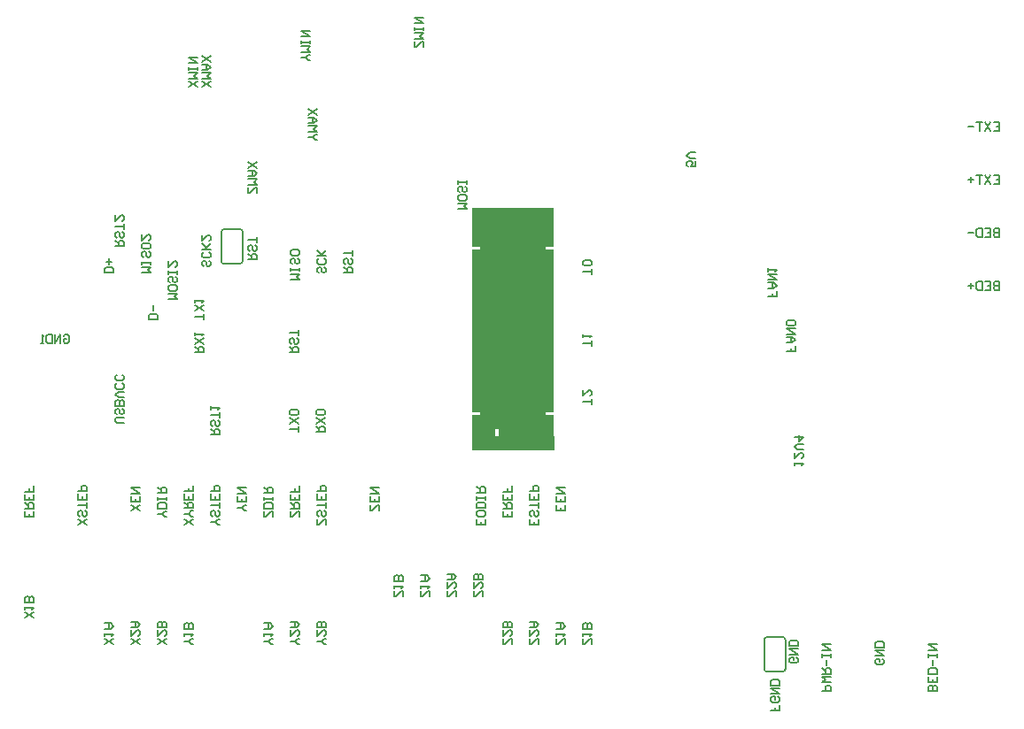
<source format=gbo>
%FSLAX24Y24*%
%MOIN*%
G70*
G01*
G75*
G04 Layer_Color=32896*
%ADD10C,0.0650*%
%ADD11R,0.0402X0.0118*%
G04:AMPARAMS|DCode=12|XSize=105mil|YSize=105mil|CornerRadius=26.3mil|HoleSize=0mil|Usage=FLASHONLY|Rotation=180.000|XOffset=0mil|YOffset=0mil|HoleType=Round|Shape=RoundedRectangle|*
%AMROUNDEDRECTD12*
21,1,0.1050,0.0525,0,0,180.0*
21,1,0.0525,0.1050,0,0,180.0*
1,1,0.0525,-0.0263,0.0263*
1,1,0.0525,0.0263,0.0263*
1,1,0.0525,0.0263,-0.0263*
1,1,0.0525,-0.0263,-0.0263*
%
%ADD12ROUNDEDRECTD12*%
%ADD13C,0.0600*%
G04:AMPARAMS|DCode=14|XSize=50mil|YSize=50mil|CornerRadius=25mil|HoleSize=0mil|Usage=FLASHONLY|Rotation=90.000|XOffset=0mil|YOffset=0mil|HoleType=Round|Shape=RoundedRectangle|*
%AMROUNDEDRECTD14*
21,1,0.0500,0.0000,0,0,90.0*
21,1,0.0000,0.0500,0,0,90.0*
1,1,0.0500,0.0000,0.0000*
1,1,0.0500,0.0000,0.0000*
1,1,0.0500,0.0000,0.0000*
1,1,0.0500,0.0000,0.0000*
%
%ADD14ROUNDEDRECTD14*%
G04:AMPARAMS|DCode=15|XSize=29.1mil|YSize=39.4mil|CornerRadius=5.8mil|HoleSize=0mil|Usage=FLASHONLY|Rotation=90.000|XOffset=0mil|YOffset=0mil|HoleType=Round|Shape=RoundedRectangle|*
%AMROUNDEDRECTD15*
21,1,0.0291,0.0277,0,0,90.0*
21,1,0.0175,0.0394,0,0,90.0*
1,1,0.0117,0.0139,0.0087*
1,1,0.0117,0.0139,-0.0087*
1,1,0.0117,-0.0139,-0.0087*
1,1,0.0117,-0.0139,0.0087*
%
%ADD15ROUNDEDRECTD15*%
G04:AMPARAMS|DCode=16|XSize=29.1mil|YSize=39.4mil|CornerRadius=5.8mil|HoleSize=0mil|Usage=FLASHONLY|Rotation=180.000|XOffset=0mil|YOffset=0mil|HoleType=Round|Shape=RoundedRectangle|*
%AMROUNDEDRECTD16*
21,1,0.0291,0.0277,0,0,180.0*
21,1,0.0175,0.0394,0,0,180.0*
1,1,0.0117,-0.0087,0.0139*
1,1,0.0117,0.0087,0.0139*
1,1,0.0117,0.0087,-0.0139*
1,1,0.0117,-0.0087,-0.0139*
%
%ADD16ROUNDEDRECTD16*%
%ADD17R,0.1673X0.0465*%
G04:AMPARAMS|DCode=18|XSize=22mil|YSize=24mil|CornerRadius=4.4mil|HoleSize=0mil|Usage=FLASHONLY|Rotation=180.000|XOffset=0mil|YOffset=0mil|HoleType=Round|Shape=RoundedRectangle|*
%AMROUNDEDRECTD18*
21,1,0.0220,0.0152,0,0,180.0*
21,1,0.0132,0.0240,0,0,180.0*
1,1,0.0088,-0.0066,0.0076*
1,1,0.0088,0.0066,0.0076*
1,1,0.0088,0.0066,-0.0076*
1,1,0.0088,-0.0066,-0.0076*
%
%ADD18ROUNDEDRECTD18*%
G04:AMPARAMS|DCode=19|XSize=22mil|YSize=24mil|CornerRadius=4.4mil|HoleSize=0mil|Usage=FLASHONLY|Rotation=90.000|XOffset=0mil|YOffset=0mil|HoleType=Round|Shape=RoundedRectangle|*
%AMROUNDEDRECTD19*
21,1,0.0220,0.0152,0,0,90.0*
21,1,0.0132,0.0240,0,0,90.0*
1,1,0.0088,0.0076,0.0066*
1,1,0.0088,0.0076,-0.0066*
1,1,0.0088,-0.0076,-0.0066*
1,1,0.0088,-0.0076,0.0066*
%
%ADD19ROUNDEDRECTD19*%
G04:AMPARAMS|DCode=20|XSize=52mil|YSize=60mil|CornerRadius=13mil|HoleSize=0mil|Usage=FLASHONLY|Rotation=0.000|XOffset=0mil|YOffset=0mil|HoleType=Round|Shape=RoundedRectangle|*
%AMROUNDEDRECTD20*
21,1,0.0520,0.0340,0,0,0.0*
21,1,0.0260,0.0600,0,0,0.0*
1,1,0.0260,0.0130,-0.0170*
1,1,0.0260,-0.0130,-0.0170*
1,1,0.0260,-0.0130,0.0170*
1,1,0.0260,0.0130,0.0170*
%
%ADD20ROUNDEDRECTD20*%
G04:AMPARAMS|DCode=21|XSize=52mil|YSize=60mil|CornerRadius=13mil|HoleSize=0mil|Usage=FLASHONLY|Rotation=270.000|XOffset=0mil|YOffset=0mil|HoleType=Round|Shape=RoundedRectangle|*
%AMROUNDEDRECTD21*
21,1,0.0520,0.0340,0,0,270.0*
21,1,0.0260,0.0600,0,0,270.0*
1,1,0.0260,-0.0170,-0.0130*
1,1,0.0260,-0.0170,0.0130*
1,1,0.0260,0.0170,0.0130*
1,1,0.0260,0.0170,-0.0130*
%
%ADD21ROUNDEDRECTD21*%
%ADD22R,0.0433X0.0669*%
%ADD23R,0.0200X0.0260*%
%ADD24R,0.0543X0.0709*%
G04:AMPARAMS|DCode=25|XSize=63mil|YSize=71mil|CornerRadius=15.8mil|HoleSize=0mil|Usage=FLASHONLY|Rotation=270.000|XOffset=0mil|YOffset=0mil|HoleType=Round|Shape=RoundedRectangle|*
%AMROUNDEDRECTD25*
21,1,0.0630,0.0395,0,0,270.0*
21,1,0.0315,0.0710,0,0,270.0*
1,1,0.0315,-0.0198,-0.0158*
1,1,0.0315,-0.0198,0.0158*
1,1,0.0315,0.0198,0.0158*
1,1,0.0315,0.0198,-0.0158*
%
%ADD25ROUNDEDRECTD25*%
%ADD26R,0.0500X0.0150*%
%ADD27R,0.0790X0.0790*%
%ADD28R,0.0790X0.0790*%
%ADD29R,0.0280X0.0200*%
%ADD30R,0.0200X0.0280*%
%ADD31R,0.0360X0.0320*%
%ADD32R,0.1260X0.0630*%
%ADD33R,0.0240X0.0240*%
%ADD34R,0.0354X0.1299*%
%ADD35R,0.0420X0.0520*%
%ADD36R,0.0480X0.0480*%
%ADD37R,0.0480X0.0480*%
G04:AMPARAMS|DCode=38|XSize=40mil|YSize=40mil|CornerRadius=20mil|HoleSize=0mil|Usage=FLASHONLY|Rotation=0.000|XOffset=0mil|YOffset=0mil|HoleType=Round|Shape=RoundedRectangle|*
%AMROUNDEDRECTD38*
21,1,0.0400,0.0000,0,0,0.0*
21,1,0.0000,0.0400,0,0,0.0*
1,1,0.0400,0.0000,0.0000*
1,1,0.0400,0.0000,0.0000*
1,1,0.0400,0.0000,0.0000*
1,1,0.0400,0.0000,0.0000*
%
%ADD38ROUNDEDRECTD38*%
%ADD39R,0.0236X0.1319*%
%ADD40R,0.1370X0.1370*%
G04:AMPARAMS|DCode=41|XSize=11mil|YSize=31.5mil|CornerRadius=4.4mil|HoleSize=0mil|Usage=FLASHONLY|Rotation=0.000|XOffset=0mil|YOffset=0mil|HoleType=Round|Shape=RoundedRectangle|*
%AMROUNDEDRECTD41*
21,1,0.0110,0.0227,0,0,0.0*
21,1,0.0022,0.0315,0,0,0.0*
1,1,0.0088,0.0011,-0.0113*
1,1,0.0088,-0.0011,-0.0113*
1,1,0.0088,-0.0011,0.0113*
1,1,0.0088,0.0011,0.0113*
%
%ADD41ROUNDEDRECTD41*%
G04:AMPARAMS|DCode=42|XSize=11mil|YSize=31.5mil|CornerRadius=4.4mil|HoleSize=0mil|Usage=FLASHONLY|Rotation=270.000|XOffset=0mil|YOffset=0mil|HoleType=Round|Shape=RoundedRectangle|*
%AMROUNDEDRECTD42*
21,1,0.0110,0.0227,0,0,270.0*
21,1,0.0022,0.0315,0,0,270.0*
1,1,0.0088,-0.0113,-0.0011*
1,1,0.0088,-0.0113,0.0011*
1,1,0.0088,0.0113,0.0011*
1,1,0.0088,0.0113,-0.0011*
%
%ADD42ROUNDEDRECTD42*%
%ADD43R,0.1370X0.1370*%
%ADD44R,0.0120X0.0600*%
%ADD45R,0.0600X0.0120*%
%ADD46R,0.1970X0.1700*%
%ADD47R,0.0280X0.0560*%
%ADD48C,0.0080*%
%ADD49C,0.0070*%
%ADD50C,0.0200*%
%ADD51C,0.0240*%
%ADD52C,0.0100*%
%ADD53C,0.0500*%
%ADD54C,0.0400*%
%ADD55C,0.0120*%
%ADD56C,0.0160*%
%ADD57C,0.0250*%
%ADD58C,0.0600*%
%ADD59C,0.0320*%
%ADD60R,0.0551X0.0472*%
%ADD61R,0.1929X0.1457*%
%ADD62R,0.1575X0.0984*%
%ADD63R,0.1299X0.1063*%
%ADD64C,0.0800*%
%ADD65P,0.0671X8X22.5*%
G04:AMPARAMS|DCode=66|XSize=140mil|YSize=200mil|CornerRadius=0mil|HoleSize=0mil|Usage=FLASHONLY|Rotation=90.000|XOffset=0mil|YOffset=0mil|HoleType=Round|Shape=Octagon|*
%AMOCTAGOND66*
4,1,8,-0.1000,-0.0350,-0.1000,0.0350,-0.0650,0.0700,0.0650,0.0700,0.1000,0.0350,0.1000,-0.0350,0.0650,-0.0700,-0.0650,-0.0700,-0.1000,-0.0350,0.0*
%
%ADD66OCTAGOND66*%

G04:AMPARAMS|DCode=67|XSize=133.9mil|YSize=200mil|CornerRadius=0mil|HoleSize=0mil|Usage=FLASHONLY|Rotation=90.000|XOffset=0mil|YOffset=0mil|HoleType=Round|Shape=Octagon|*
%AMOCTAGOND67*
4,1,8,-0.1000,-0.0335,-0.1000,0.0335,-0.0665,0.0669,0.0665,0.0669,0.1000,0.0335,0.1000,-0.0335,0.0665,-0.0669,-0.0665,-0.0669,-0.1000,-0.0335,0.0*
%
%ADD67OCTAGOND67*%

%ADD68C,0.0840*%
%ADD69P,0.0909X8X22.5*%
%ADD70P,0.0909X8X112.5*%
%ADD71O,0.0825X0.1650*%
%ADD72O,0.1650X0.0825*%
%ADD73O,0.0600X0.1200*%
%ADD74C,0.1000*%
%ADD75C,0.0540*%
%ADD76C,0.1305*%
%ADD77R,0.0591X0.0591*%
%ADD78O,0.1024X0.0591*%
%ADD79C,0.0591*%
%ADD80O,0.1200X0.0600*%
%ADD81P,0.0758X8X292.5*%
%ADD82R,0.0591X0.0591*%
%ADD83C,0.0300*%
%ADD84C,0.0500*%
%ADD85C,0.0320*%
%ADD86C,0.0400*%
%ADD87C,0.1421*%
%ADD88C,0.0390*%
%ADD89C,0.0640*%
G04:AMPARAMS|DCode=90|XSize=98mil|YSize=98mil|CornerRadius=0mil|HoleSize=0mil|Usage=FLASHONLY|Rotation=0.000|XOffset=0mil|YOffset=0mil|HoleType=Round|Shape=Relief|Width=10mil|Gap=10mil|Entries=4|*
%AMTHD90*
7,0,0,0.0980,0.0780,0.0100,45*
%
%ADD90THD90*%
%ADD91C,0.0620*%
%ADD92C,0.1240*%
G04:AMPARAMS|DCode=93|XSize=100mil|YSize=100mil|CornerRadius=0mil|HoleSize=0mil|Usage=FLASHONLY|Rotation=0.000|XOffset=0mil|YOffset=0mil|HoleType=Round|Shape=Relief|Width=10mil|Gap=10mil|Entries=4|*
%AMTHD93*
7,0,0,0.1000,0.0800,0.0100,45*
%
%ADD93THD93*%
G04:AMPARAMS|DCode=94|XSize=115mil|YSize=115mil|CornerRadius=0mil|HoleSize=0mil|Usage=FLASHONLY|Rotation=0.000|XOffset=0mil|YOffset=0mil|HoleType=Round|Shape=Relief|Width=10mil|Gap=10mil|Entries=4|*
%AMTHD94*
7,0,0,0.1150,0.0950,0.0100,45*
%
%ADD94THD94*%
%ADD95C,0.0790*%
%ADD96C,0.1110*%
%ADD97C,0.0594*%
G04:AMPARAMS|DCode=98|XSize=95.433mil|YSize=95.433mil|CornerRadius=0mil|HoleSize=0mil|Usage=FLASHONLY|Rotation=0.000|XOffset=0mil|YOffset=0mil|HoleType=Round|Shape=Relief|Width=10mil|Gap=10mil|Entries=4|*
%AMTHD98*
7,0,0,0.0954,0.0754,0.0100,45*
%
%ADD98THD98*%
%ADD99C,0.0830*%
%ADD100C,0.0520*%
%ADD101C,0.1400*%
%ADD102C,0.1300*%
%ADD103C,0.1040*%
%ADD104C,0.0800*%
%ADD105R,0.3622X0.4331*%
%ADD106R,0.3583X0.4284*%
%ADD107R,0.3425X0.4284*%
%ADD108R,0.4094X0.4331*%
G04:AMPARAMS|DCode=109|XSize=50mil|YSize=50mil|CornerRadius=25mil|HoleSize=0mil|Usage=FLASHONLY|Rotation=180.000|XOffset=0mil|YOffset=0mil|HoleType=Round|Shape=RoundedRectangle|*
%AMROUNDEDRECTD109*
21,1,0.0500,0.0000,0,0,180.0*
21,1,0.0000,0.0500,0,0,180.0*
1,1,0.0500,0.0000,0.0000*
1,1,0.0500,0.0000,0.0000*
1,1,0.0500,0.0000,0.0000*
1,1,0.0500,0.0000,0.0000*
%
%ADD109ROUNDEDRECTD109*%
G04:AMPARAMS|DCode=110|XSize=46mil|YSize=63mil|CornerRadius=11.5mil|HoleSize=0mil|Usage=FLASHONLY|Rotation=90.000|XOffset=0mil|YOffset=0mil|HoleType=Round|Shape=RoundedRectangle|*
%AMROUNDEDRECTD110*
21,1,0.0460,0.0400,0,0,90.0*
21,1,0.0230,0.0630,0,0,90.0*
1,1,0.0230,0.0200,0.0115*
1,1,0.0230,0.0200,-0.0115*
1,1,0.0230,-0.0200,-0.0115*
1,1,0.0230,-0.0200,0.0115*
%
%ADD110ROUNDEDRECTD110*%
%ADD111C,0.0098*%
%ADD112C,0.0050*%
%ADD113C,0.0060*%
%ADD114C,0.0000*%
%ADD115C,0.0079*%
%ADD116C,0.0040*%
%ADD117R,0.0295X0.0879*%
%ADD118R,0.0879X0.0295*%
%ADD119R,0.2450X0.0492*%
%ADD120R,0.0119X0.0120*%
%ADD121R,0.0060X0.0120*%
%ADD122R,0.0059X0.0120*%
%ADD123R,0.0120X0.0119*%
%ADD124R,0.0120X0.0060*%
%ADD125R,0.0120X0.0059*%
%ADD126R,0.0382X0.0098*%
G04:AMPARAMS|DCode=127|XSize=103mil|YSize=103mil|CornerRadius=25.3mil|HoleSize=0mil|Usage=FLASHONLY|Rotation=180.000|XOffset=0mil|YOffset=0mil|HoleType=Round|Shape=RoundedRectangle|*
%AMROUNDEDRECTD127*
21,1,0.1030,0.0525,0,0,180.0*
21,1,0.0525,0.1030,0,0,180.0*
1,1,0.0505,-0.0263,0.0263*
1,1,0.0505,0.0263,0.0263*
1,1,0.0505,0.0263,-0.0263*
1,1,0.0505,-0.0263,-0.0263*
%
%ADD127ROUNDEDRECTD127*%
G04:AMPARAMS|DCode=128|XSize=48mil|YSize=48mil|CornerRadius=24mil|HoleSize=0mil|Usage=FLASHONLY|Rotation=90.000|XOffset=0mil|YOffset=0mil|HoleType=Round|Shape=RoundedRectangle|*
%AMROUNDEDRECTD128*
21,1,0.0480,0.0000,0,0,90.0*
21,1,0.0000,0.0480,0,0,90.0*
1,1,0.0480,0.0000,0.0000*
1,1,0.0480,0.0000,0.0000*
1,1,0.0480,0.0000,0.0000*
1,1,0.0480,0.0000,0.0000*
%
%ADD128ROUNDEDRECTD128*%
G04:AMPARAMS|DCode=129|XSize=27.1mil|YSize=37.4mil|CornerRadius=4.8mil|HoleSize=0mil|Usage=FLASHONLY|Rotation=90.000|XOffset=0mil|YOffset=0mil|HoleType=Round|Shape=RoundedRectangle|*
%AMROUNDEDRECTD129*
21,1,0.0271,0.0277,0,0,90.0*
21,1,0.0175,0.0374,0,0,90.0*
1,1,0.0097,0.0139,0.0087*
1,1,0.0097,0.0139,-0.0087*
1,1,0.0097,-0.0139,-0.0087*
1,1,0.0097,-0.0139,0.0087*
%
%ADD129ROUNDEDRECTD129*%
G04:AMPARAMS|DCode=130|XSize=27.1mil|YSize=37.4mil|CornerRadius=4.8mil|HoleSize=0mil|Usage=FLASHONLY|Rotation=180.000|XOffset=0mil|YOffset=0mil|HoleType=Round|Shape=RoundedRectangle|*
%AMROUNDEDRECTD130*
21,1,0.0271,0.0277,0,0,180.0*
21,1,0.0175,0.0374,0,0,180.0*
1,1,0.0097,-0.0087,0.0139*
1,1,0.0097,0.0087,0.0139*
1,1,0.0097,0.0087,-0.0139*
1,1,0.0097,-0.0087,-0.0139*
%
%ADD130ROUNDEDRECTD130*%
%ADD131R,0.1653X0.0445*%
G04:AMPARAMS|DCode=132|XSize=20mil|YSize=22mil|CornerRadius=3.4mil|HoleSize=0mil|Usage=FLASHONLY|Rotation=180.000|XOffset=0mil|YOffset=0mil|HoleType=Round|Shape=RoundedRectangle|*
%AMROUNDEDRECTD132*
21,1,0.0200,0.0152,0,0,180.0*
21,1,0.0132,0.0220,0,0,180.0*
1,1,0.0068,-0.0066,0.0076*
1,1,0.0068,0.0066,0.0076*
1,1,0.0068,0.0066,-0.0076*
1,1,0.0068,-0.0066,-0.0076*
%
%ADD132ROUNDEDRECTD132*%
G04:AMPARAMS|DCode=133|XSize=20mil|YSize=22mil|CornerRadius=3.4mil|HoleSize=0mil|Usage=FLASHONLY|Rotation=90.000|XOffset=0mil|YOffset=0mil|HoleType=Round|Shape=RoundedRectangle|*
%AMROUNDEDRECTD133*
21,1,0.0200,0.0152,0,0,90.0*
21,1,0.0132,0.0220,0,0,90.0*
1,1,0.0068,0.0076,0.0066*
1,1,0.0068,0.0076,-0.0066*
1,1,0.0068,-0.0076,-0.0066*
1,1,0.0068,-0.0076,0.0066*
%
%ADD133ROUNDEDRECTD133*%
G04:AMPARAMS|DCode=134|XSize=50mil|YSize=58mil|CornerRadius=12mil|HoleSize=0mil|Usage=FLASHONLY|Rotation=0.000|XOffset=0mil|YOffset=0mil|HoleType=Round|Shape=RoundedRectangle|*
%AMROUNDEDRECTD134*
21,1,0.0500,0.0340,0,0,0.0*
21,1,0.0260,0.0580,0,0,0.0*
1,1,0.0240,0.0130,-0.0170*
1,1,0.0240,-0.0130,-0.0170*
1,1,0.0240,-0.0130,0.0170*
1,1,0.0240,0.0130,0.0170*
%
%ADD134ROUNDEDRECTD134*%
G04:AMPARAMS|DCode=135|XSize=50mil|YSize=58mil|CornerRadius=12mil|HoleSize=0mil|Usage=FLASHONLY|Rotation=270.000|XOffset=0mil|YOffset=0mil|HoleType=Round|Shape=RoundedRectangle|*
%AMROUNDEDRECTD135*
21,1,0.0500,0.0340,0,0,270.0*
21,1,0.0260,0.0580,0,0,270.0*
1,1,0.0240,-0.0170,-0.0130*
1,1,0.0240,-0.0170,0.0130*
1,1,0.0240,0.0170,0.0130*
1,1,0.0240,0.0170,-0.0130*
%
%ADD135ROUNDEDRECTD135*%
%ADD136R,0.0413X0.0649*%
%ADD137R,0.0180X0.0240*%
%ADD138R,0.0523X0.0689*%
G04:AMPARAMS|DCode=139|XSize=61mil|YSize=69mil|CornerRadius=14.8mil|HoleSize=0mil|Usage=FLASHONLY|Rotation=270.000|XOffset=0mil|YOffset=0mil|HoleType=Round|Shape=RoundedRectangle|*
%AMROUNDEDRECTD139*
21,1,0.0610,0.0395,0,0,270.0*
21,1,0.0315,0.0690,0,0,270.0*
1,1,0.0295,-0.0198,-0.0158*
1,1,0.0295,-0.0198,0.0158*
1,1,0.0295,0.0198,0.0158*
1,1,0.0295,0.0198,-0.0158*
%
%ADD139ROUNDEDRECTD139*%
%ADD140R,0.0480X0.0130*%
%ADD141R,0.0770X0.0770*%
%ADD142R,0.0770X0.0770*%
%ADD143R,0.0260X0.0180*%
%ADD144R,0.0180X0.0260*%
%ADD145R,0.0340X0.0300*%
%ADD146R,0.1240X0.0610*%
%ADD147R,0.0220X0.0220*%
%ADD148R,0.0334X0.1279*%
%ADD149R,0.0400X0.0500*%
%ADD150R,0.0460X0.0460*%
%ADD151R,0.0460X0.0460*%
%ADD152R,0.0216X0.1299*%
G04:AMPARAMS|DCode=153|XSize=9mil|YSize=29.5mil|CornerRadius=3.4mil|HoleSize=0mil|Usage=FLASHONLY|Rotation=0.000|XOffset=0mil|YOffset=0mil|HoleType=Round|Shape=RoundedRectangle|*
%AMROUNDEDRECTD153*
21,1,0.0090,0.0227,0,0,0.0*
21,1,0.0022,0.0295,0,0,0.0*
1,1,0.0068,0.0011,-0.0113*
1,1,0.0068,-0.0011,-0.0113*
1,1,0.0068,-0.0011,0.0113*
1,1,0.0068,0.0011,0.0113*
%
%ADD153ROUNDEDRECTD153*%
G04:AMPARAMS|DCode=154|XSize=9mil|YSize=29.5mil|CornerRadius=3.4mil|HoleSize=0mil|Usage=FLASHONLY|Rotation=270.000|XOffset=0mil|YOffset=0mil|HoleType=Round|Shape=RoundedRectangle|*
%AMROUNDEDRECTD154*
21,1,0.0090,0.0227,0,0,270.0*
21,1,0.0022,0.0295,0,0,270.0*
1,1,0.0068,-0.0113,-0.0011*
1,1,0.0068,-0.0113,0.0011*
1,1,0.0068,0.0113,0.0011*
1,1,0.0068,0.0113,-0.0011*
%
%ADD154ROUNDEDRECTD154*%
%ADD155R,0.0100X0.0580*%
%ADD156R,0.0580X0.0100*%
%ADD157R,0.1950X0.1680*%
%ADD158R,0.0260X0.0540*%
%ADD159C,0.0394*%
%ADD160C,0.0150*%
%ADD161R,0.0530X0.0170*%
%ADD162R,0.0460X0.0130*%
%ADD163R,0.0482X0.0198*%
G04:AMPARAMS|DCode=164|XSize=56mil|YSize=56mil|CornerRadius=28mil|HoleSize=0mil|Usage=FLASHONLY|Rotation=90.000|XOffset=0mil|YOffset=0mil|HoleType=Round|Shape=RoundedRectangle|*
%AMROUNDEDRECTD164*
21,1,0.0560,0.0000,0,0,90.0*
21,1,0.0000,0.0560,0,0,90.0*
1,1,0.0560,0.0000,0.0000*
1,1,0.0560,0.0000,0.0000*
1,1,0.0560,0.0000,0.0000*
1,1,0.0560,0.0000,0.0000*
%
%ADD164ROUNDEDRECTD164*%
G04:AMPARAMS|DCode=165|XSize=35.1mil|YSize=45.4mil|CornerRadius=8.8mil|HoleSize=0mil|Usage=FLASHONLY|Rotation=90.000|XOffset=0mil|YOffset=0mil|HoleType=Round|Shape=RoundedRectangle|*
%AMROUNDEDRECTD165*
21,1,0.0351,0.0277,0,0,90.0*
21,1,0.0175,0.0454,0,0,90.0*
1,1,0.0177,0.0139,0.0087*
1,1,0.0177,0.0139,-0.0087*
1,1,0.0177,-0.0139,-0.0087*
1,1,0.0177,-0.0139,0.0087*
%
%ADD165ROUNDEDRECTD165*%
G04:AMPARAMS|DCode=166|XSize=35.1mil|YSize=45.4mil|CornerRadius=8.8mil|HoleSize=0mil|Usage=FLASHONLY|Rotation=180.000|XOffset=0mil|YOffset=0mil|HoleType=Round|Shape=RoundedRectangle|*
%AMROUNDEDRECTD166*
21,1,0.0351,0.0277,0,0,180.0*
21,1,0.0175,0.0454,0,0,180.0*
1,1,0.0177,-0.0087,0.0139*
1,1,0.0177,0.0087,0.0139*
1,1,0.0177,0.0087,-0.0139*
1,1,0.0177,-0.0087,-0.0139*
%
%ADD166ROUNDEDRECTD166*%
%ADD167R,0.1733X0.0525*%
G04:AMPARAMS|DCode=168|XSize=28mil|YSize=30mil|CornerRadius=7.4mil|HoleSize=0mil|Usage=FLASHONLY|Rotation=180.000|XOffset=0mil|YOffset=0mil|HoleType=Round|Shape=RoundedRectangle|*
%AMROUNDEDRECTD168*
21,1,0.0280,0.0152,0,0,180.0*
21,1,0.0132,0.0300,0,0,180.0*
1,1,0.0148,-0.0066,0.0076*
1,1,0.0148,0.0066,0.0076*
1,1,0.0148,0.0066,-0.0076*
1,1,0.0148,-0.0066,-0.0076*
%
%ADD168ROUNDEDRECTD168*%
G04:AMPARAMS|DCode=169|XSize=28mil|YSize=30mil|CornerRadius=7.4mil|HoleSize=0mil|Usage=FLASHONLY|Rotation=90.000|XOffset=0mil|YOffset=0mil|HoleType=Round|Shape=RoundedRectangle|*
%AMROUNDEDRECTD169*
21,1,0.0280,0.0152,0,0,90.0*
21,1,0.0132,0.0300,0,0,90.0*
1,1,0.0148,0.0076,0.0066*
1,1,0.0148,0.0076,-0.0066*
1,1,0.0148,-0.0076,-0.0066*
1,1,0.0148,-0.0076,0.0066*
%
%ADD169ROUNDEDRECTD169*%
G04:AMPARAMS|DCode=170|XSize=58mil|YSize=66mil|CornerRadius=16mil|HoleSize=0mil|Usage=FLASHONLY|Rotation=0.000|XOffset=0mil|YOffset=0mil|HoleType=Round|Shape=RoundedRectangle|*
%AMROUNDEDRECTD170*
21,1,0.0580,0.0340,0,0,0.0*
21,1,0.0260,0.0660,0,0,0.0*
1,1,0.0320,0.0130,-0.0170*
1,1,0.0320,-0.0130,-0.0170*
1,1,0.0320,-0.0130,0.0170*
1,1,0.0320,0.0130,0.0170*
%
%ADD170ROUNDEDRECTD170*%
G04:AMPARAMS|DCode=171|XSize=58mil|YSize=66mil|CornerRadius=16mil|HoleSize=0mil|Usage=FLASHONLY|Rotation=270.000|XOffset=0mil|YOffset=0mil|HoleType=Round|Shape=RoundedRectangle|*
%AMROUNDEDRECTD171*
21,1,0.0580,0.0340,0,0,270.0*
21,1,0.0260,0.0660,0,0,270.0*
1,1,0.0320,-0.0170,-0.0130*
1,1,0.0320,-0.0170,0.0130*
1,1,0.0320,0.0170,0.0130*
1,1,0.0320,0.0170,-0.0130*
%
%ADD171ROUNDEDRECTD171*%
%ADD172R,0.0493X0.0729*%
%ADD173R,0.0260X0.0320*%
%ADD174R,0.0603X0.0769*%
G04:AMPARAMS|DCode=175|XSize=69mil|YSize=77mil|CornerRadius=18.8mil|HoleSize=0mil|Usage=FLASHONLY|Rotation=270.000|XOffset=0mil|YOffset=0mil|HoleType=Round|Shape=RoundedRectangle|*
%AMROUNDEDRECTD175*
21,1,0.0690,0.0395,0,0,270.0*
21,1,0.0315,0.0770,0,0,270.0*
1,1,0.0375,-0.0198,-0.0158*
1,1,0.0375,-0.0198,0.0158*
1,1,0.0375,0.0198,0.0158*
1,1,0.0375,0.0198,-0.0158*
%
%ADD175ROUNDEDRECTD175*%
%ADD176R,0.0560X0.0210*%
%ADD177R,0.0850X0.0850*%
%ADD178R,0.0850X0.0850*%
%ADD179R,0.0340X0.0260*%
%ADD180R,0.0260X0.0340*%
%ADD181R,0.0420X0.0380*%
%ADD182R,0.1320X0.0690*%
%ADD183R,0.0300X0.0300*%
%ADD184R,0.0414X0.1359*%
%ADD185R,0.0480X0.0580*%
%ADD186R,0.0540X0.0540*%
%ADD187R,0.0540X0.0540*%
G04:AMPARAMS|DCode=188|XSize=80mil|YSize=80mil|CornerRadius=40mil|HoleSize=0mil|Usage=FLASHONLY|Rotation=0.000|XOffset=0mil|YOffset=0mil|HoleType=Round|Shape=RoundedRectangle|*
%AMROUNDEDRECTD188*
21,1,0.0800,0.0000,0,0,0.0*
21,1,0.0000,0.0800,0,0,0.0*
1,1,0.0800,0.0000,0.0000*
1,1,0.0800,0.0000,0.0000*
1,1,0.0800,0.0000,0.0000*
1,1,0.0800,0.0000,0.0000*
%
%ADD188ROUNDEDRECTD188*%
%ADD189R,0.0296X0.1379*%
G04:AMPARAMS|DCode=190|XSize=15mil|YSize=35.4mil|CornerRadius=6.4mil|HoleSize=0mil|Usage=FLASHONLY|Rotation=0.000|XOffset=0mil|YOffset=0mil|HoleType=Round|Shape=RoundedRectangle|*
%AMROUNDEDRECTD190*
21,1,0.0150,0.0227,0,0,0.0*
21,1,0.0022,0.0354,0,0,0.0*
1,1,0.0128,0.0011,-0.0113*
1,1,0.0128,-0.0011,-0.0113*
1,1,0.0128,-0.0011,0.0113*
1,1,0.0128,0.0011,0.0113*
%
%ADD190ROUNDEDRECTD190*%
G04:AMPARAMS|DCode=191|XSize=15mil|YSize=35.4mil|CornerRadius=6.4mil|HoleSize=0mil|Usage=FLASHONLY|Rotation=270.000|XOffset=0mil|YOffset=0mil|HoleType=Round|Shape=RoundedRectangle|*
%AMROUNDEDRECTD191*
21,1,0.0150,0.0227,0,0,270.0*
21,1,0.0022,0.0354,0,0,270.0*
1,1,0.0128,-0.0113,-0.0011*
1,1,0.0128,-0.0113,0.0011*
1,1,0.0128,0.0113,0.0011*
1,1,0.0128,0.0113,-0.0011*
%
%ADD191ROUNDEDRECTD191*%
%ADD192R,0.0200X0.0680*%
%ADD193R,0.0680X0.0200*%
%ADD194R,0.0340X0.0620*%
%ADD195C,0.0860*%
%ADD196C,0.0660*%
%ADD197P,0.0736X8X22.5*%
G04:AMPARAMS|DCode=198|XSize=146mil|YSize=206mil|CornerRadius=0mil|HoleSize=0mil|Usage=FLASHONLY|Rotation=90.000|XOffset=0mil|YOffset=0mil|HoleType=Round|Shape=Octagon|*
%AMOCTAGOND198*
4,1,8,-0.1030,-0.0365,-0.1030,0.0365,-0.0665,0.0730,0.0665,0.0730,0.1030,0.0365,0.1030,-0.0365,0.0665,-0.0730,-0.0665,-0.0730,-0.1030,-0.0365,0.0*
%
%ADD198OCTAGOND198*%

G04:AMPARAMS|DCode=199|XSize=139.9mil|YSize=206mil|CornerRadius=0mil|HoleSize=0mil|Usage=FLASHONLY|Rotation=90.000|XOffset=0mil|YOffset=0mil|HoleType=Round|Shape=Octagon|*
%AMOCTAGOND199*
4,1,8,-0.1030,-0.0350,-0.1030,0.0350,-0.0680,0.0699,0.0680,0.0699,0.1030,0.0350,0.1030,-0.0350,0.0680,-0.0699,-0.0680,-0.0699,-0.1030,-0.0350,0.0*
%
%ADD199OCTAGOND199*%

%ADD200C,0.0900*%
%ADD201P,0.0974X8X22.5*%
%ADD202P,0.0974X8X112.5*%
%ADD203O,0.0885X0.1710*%
%ADD204O,0.1710X0.0885*%
%ADD205O,0.0660X0.1260*%
%ADD206C,0.1060*%
%ADD207C,0.1365*%
%ADD208R,0.0651X0.0651*%
%ADD209O,0.1084X0.0651*%
%ADD210C,0.0651*%
%ADD211O,0.1260X0.0660*%
%ADD212P,0.0823X8X292.5*%
%ADD213R,0.0651X0.0651*%
%ADD214C,0.0080*%
%ADD215C,0.0180*%
%ADD216R,0.0704X0.0354*%
G04:AMPARAMS|DCode=217|XSize=56mil|YSize=56mil|CornerRadius=28mil|HoleSize=0mil|Usage=FLASHONLY|Rotation=180.000|XOffset=0mil|YOffset=0mil|HoleType=Round|Shape=RoundedRectangle|*
%AMROUNDEDRECTD217*
21,1,0.0560,0.0000,0,0,180.0*
21,1,0.0000,0.0560,0,0,180.0*
1,1,0.0560,0.0000,0.0000*
1,1,0.0560,0.0000,0.0000*
1,1,0.0560,0.0000,0.0000*
1,1,0.0560,0.0000,0.0000*
%
%ADD217ROUNDEDRECTD217*%
G04:AMPARAMS|DCode=218|XSize=52mil|YSize=69mil|CornerRadius=14.5mil|HoleSize=0mil|Usage=FLASHONLY|Rotation=90.000|XOffset=0mil|YOffset=0mil|HoleType=Round|Shape=RoundedRectangle|*
%AMROUNDEDRECTD218*
21,1,0.0520,0.0400,0,0,90.0*
21,1,0.0230,0.0690,0,0,90.0*
1,1,0.0290,0.0200,0.0115*
1,1,0.0290,0.0200,-0.0115*
1,1,0.0290,-0.0200,-0.0115*
1,1,0.0290,-0.0200,0.0115*
%
%ADD218ROUNDEDRECTD218*%
G04:AMPARAMS|DCode=219|XSize=48mil|YSize=48mil|CornerRadius=24mil|HoleSize=0mil|Usage=FLASHONLY|Rotation=180.000|XOffset=0mil|YOffset=0mil|HoleType=Round|Shape=RoundedRectangle|*
%AMROUNDEDRECTD219*
21,1,0.0480,0.0000,0,0,180.0*
21,1,0.0000,0.0480,0,0,180.0*
1,1,0.0480,0.0000,0.0000*
1,1,0.0480,0.0000,0.0000*
1,1,0.0480,0.0000,0.0000*
1,1,0.0480,0.0000,0.0000*
%
%ADD219ROUNDEDRECTD219*%
G04:AMPARAMS|DCode=220|XSize=44mil|YSize=61mil|CornerRadius=10.5mil|HoleSize=0mil|Usage=FLASHONLY|Rotation=90.000|XOffset=0mil|YOffset=0mil|HoleType=Round|Shape=RoundedRectangle|*
%AMROUNDEDRECTD220*
21,1,0.0440,0.0400,0,0,90.0*
21,1,0.0230,0.0610,0,0,90.0*
1,1,0.0210,0.0200,0.0115*
1,1,0.0210,0.0200,-0.0115*
1,1,0.0210,-0.0200,-0.0115*
1,1,0.0210,-0.0200,0.0115*
%
%ADD220ROUNDEDRECTD220*%
%ADD221R,0.3050X0.0550*%
%ADD222R,0.2100X0.1350*%
%ADD223R,0.3100X0.1450*%
%ADD224R,0.0900X0.1350*%
%ADD225R,0.2500X0.8080*%
%ADD226R,0.3100X0.6150*%
D113*
X38755Y13780D02*
G03*
X38655Y13680I0J-100D01*
G01*
Y12580D02*
G03*
X38755Y12480I100J0D01*
G01*
X39355D02*
G03*
X39455Y12580I0J100D01*
G01*
Y13680D02*
G03*
X39355Y13780I-100J0D01*
G01*
X18932Y27844D02*
G03*
X19032Y27944I0J100D01*
G01*
Y29044D02*
G03*
X18932Y29144I-100J0D01*
G01*
X18332D02*
G03*
X18232Y29044I0J-100D01*
G01*
Y27944D02*
G03*
X18332Y27844I100J0D01*
G01*
X39455Y12580D02*
Y13680D01*
X38755Y12480D02*
X39355D01*
X38755Y13780D02*
X39355D01*
X38655Y12580D02*
Y13680D01*
X18232Y27944D02*
Y29044D01*
X18332Y29144D02*
X18932D01*
X18332Y27844D02*
X18932D01*
X19032Y27944D02*
Y29044D01*
X47287Y33170D02*
X47500D01*
Y32850D01*
X47287D01*
X47500Y33010D02*
X47393D01*
X47180Y33170D02*
X46967Y32850D01*
Y33170D02*
X47180Y32850D01*
X46860Y33170D02*
X46647D01*
X46754D01*
Y32850D01*
X46540Y33010D02*
X46327D01*
X47287Y31170D02*
X47500D01*
Y30850D01*
X47287D01*
X47500Y31010D02*
X47393D01*
X47180Y31170D02*
X46967Y30850D01*
Y31170D02*
X47180Y30850D01*
X46860Y31170D02*
X46647D01*
X46754D01*
Y30850D01*
X46540Y31010D02*
X46327D01*
X46434Y31117D02*
Y30903D01*
X47500Y29170D02*
Y28850D01*
X47340D01*
X47287Y28903D01*
Y28957D01*
X47340Y29010D01*
X47500D01*
X47340D01*
X47287Y29063D01*
Y29117D01*
X47340Y29170D01*
X47500D01*
X46967D02*
X47180D01*
Y28850D01*
X46967D01*
X47180Y29010D02*
X47073D01*
X46860Y29170D02*
Y28850D01*
X46700D01*
X46647Y28903D01*
Y29117D01*
X46700Y29170D01*
X46860D01*
X46540Y29010D02*
X46327D01*
X47500Y27170D02*
Y26850D01*
X47340D01*
X47287Y26903D01*
Y26957D01*
X47340Y27010D01*
X47500D01*
X47340D01*
X47287Y27063D01*
Y27117D01*
X47340Y27170D01*
X47500D01*
X46967D02*
X47180D01*
Y26850D01*
X46967D01*
X47180Y27010D02*
X47073D01*
X46860Y27170D02*
Y26850D01*
X46700D01*
X46647Y26903D01*
Y27117D01*
X46700Y27170D01*
X46860D01*
X46540Y27010D02*
X46327D01*
X46434Y27117D02*
Y26903D01*
X14570Y21850D02*
X14303D01*
X14250Y21903D01*
Y22010D01*
X14303Y22063D01*
X14570D01*
X14517Y22383D02*
X14570Y22330D01*
Y22223D01*
X14517Y22170D01*
X14463D01*
X14410Y22223D01*
Y22330D01*
X14357Y22383D01*
X14303D01*
X14250Y22330D01*
Y22223D01*
X14303Y22170D01*
X14570Y22490D02*
X14250D01*
Y22650D01*
X14303Y22703D01*
X14357D01*
X14410Y22650D01*
Y22490D01*
Y22650D01*
X14463Y22703D01*
X14517D01*
X14570Y22650D01*
Y22490D01*
Y22810D02*
X14357D01*
X14250Y22916D01*
X14357Y23023D01*
X14570D01*
X14517Y23343D02*
X14570Y23290D01*
Y23183D01*
X14517Y23130D01*
X14303D01*
X14250Y23183D01*
Y23290D01*
X14303Y23343D01*
X14517Y23663D02*
X14570Y23609D01*
Y23503D01*
X14517Y23449D01*
X14303D01*
X14250Y23503D01*
Y23609D01*
X14303Y23663D01*
X12287Y25117D02*
X12340Y25170D01*
X12447D01*
X12500Y25117D01*
Y24903D01*
X12447Y24850D01*
X12340D01*
X12287Y24903D01*
Y25010D01*
X12393D01*
X12180Y24850D02*
Y25170D01*
X11967Y24850D01*
Y25170D01*
X11860D02*
Y24850D01*
X11700D01*
X11647Y24903D01*
Y25117D01*
X11700Y25170D01*
X11860D01*
X11540Y24850D02*
X11434D01*
X11487D01*
Y25170D01*
X11540Y25117D01*
X15820Y25750D02*
X15500D01*
Y25910D01*
X15553Y25963D01*
X15767D01*
X15820Y25910D01*
Y25750D01*
X15660Y26070D02*
Y26283D01*
X14170Y27500D02*
X13850D01*
Y27660D01*
X13903Y27713D01*
X14117D01*
X14170Y27660D01*
Y27500D01*
X14010Y27820D02*
Y28033D01*
X14117Y27927D02*
X13903D01*
X36070Y31713D02*
Y31500D01*
X35910D01*
X35963Y31607D01*
Y31660D01*
X35910Y31713D01*
X35803D01*
X35750Y31660D01*
Y31553D01*
X35803Y31500D01*
X36070Y31820D02*
X35857D01*
X35750Y31927D01*
X35857Y32033D01*
X36070D01*
X27150Y29900D02*
X27470D01*
X27363Y30007D01*
X27470Y30113D01*
X27150D01*
X27470Y30380D02*
Y30273D01*
X27417Y30220D01*
X27203D01*
X27150Y30273D01*
Y30380D01*
X27203Y30433D01*
X27417D01*
X27470Y30380D01*
X27417Y30753D02*
X27470Y30700D01*
Y30593D01*
X27417Y30540D01*
X27363D01*
X27310Y30593D01*
Y30700D01*
X27257Y30753D01*
X27203D01*
X27150Y30700D01*
Y30593D01*
X27203Y30540D01*
X27470Y30860D02*
Y30966D01*
Y30913D01*
X27150D01*
Y30860D01*
Y30966D01*
X22850Y27500D02*
X23170D01*
Y27660D01*
X23117Y27713D01*
X23010D01*
X22957Y27660D01*
Y27500D01*
Y27607D02*
X22850Y27713D01*
X23117Y28033D02*
X23170Y27980D01*
Y27873D01*
X23117Y27820D01*
X23063D01*
X23010Y27873D01*
Y27980D01*
X22957Y28033D01*
X22903D01*
X22850Y27980D01*
Y27873D01*
X22903Y27820D01*
X23170Y28140D02*
Y28353D01*
Y28246D01*
X22850D01*
X22117Y27713D02*
X22170Y27660D01*
Y27553D01*
X22117Y27500D01*
X22063D01*
X22010Y27553D01*
Y27660D01*
X21957Y27713D01*
X21903D01*
X21850Y27660D01*
Y27553D01*
X21903Y27500D01*
X22117Y28033D02*
X22170Y27980D01*
Y27873D01*
X22117Y27820D01*
X21903D01*
X21850Y27873D01*
Y27980D01*
X21903Y28033D01*
X22170Y28140D02*
X21850D01*
X21957D01*
X22170Y28353D01*
X22010Y28193D01*
X21850Y28353D01*
X20850Y27250D02*
X21170D01*
X21063Y27357D01*
X21170Y27463D01*
X20850D01*
X21170Y27570D02*
Y27677D01*
Y27623D01*
X20850D01*
Y27570D01*
Y27677D01*
X21117Y28050D02*
X21170Y27996D01*
Y27890D01*
X21117Y27836D01*
X21063D01*
X21010Y27890D01*
Y27996D01*
X20957Y28050D01*
X20903D01*
X20850Y27996D01*
Y27890D01*
X20903Y27836D01*
X21170Y28316D02*
Y28210D01*
X21117Y28156D01*
X20903D01*
X20850Y28210D01*
Y28316D01*
X20903Y28370D01*
X21117D01*
X21170Y28316D01*
X19570Y30500D02*
Y30713D01*
X19517D01*
X19303Y30500D01*
X19250D01*
Y30713D01*
Y30820D02*
X19570D01*
X19463Y30927D01*
X19570Y31033D01*
X19250D01*
Y31140D02*
X19463D01*
X19570Y31246D01*
X19463Y31353D01*
X19250D01*
X19410D01*
Y31140D01*
X19570Y31460D02*
X19250Y31673D01*
X19570D02*
X19250Y31460D01*
X25820Y36000D02*
Y36213D01*
X25767D01*
X25553Y36000D01*
X25500D01*
Y36213D01*
Y36320D02*
X25820D01*
X25713Y36427D01*
X25820Y36533D01*
X25500D01*
X25820Y36640D02*
Y36746D01*
Y36693D01*
X25500D01*
Y36640D01*
Y36746D01*
Y36906D02*
X25820D01*
X25500Y37120D01*
X25820D01*
X21820Y32500D02*
X21767D01*
X21660Y32607D01*
X21767Y32713D01*
X21820D01*
X21660Y32607D02*
X21500D01*
Y32820D02*
X21820D01*
X21713Y32927D01*
X21820Y33033D01*
X21500D01*
Y33140D02*
X21713D01*
X21820Y33246D01*
X21713Y33353D01*
X21500D01*
X21660D01*
Y33140D01*
X21820Y33460D02*
X21500Y33673D01*
X21820D02*
X21500Y33460D01*
X21570Y35500D02*
X21517D01*
X21410Y35607D01*
X21517Y35713D01*
X21570D01*
X21410Y35607D02*
X21250D01*
Y35820D02*
X21570D01*
X21463Y35927D01*
X21570Y36033D01*
X21250D01*
X21570Y36140D02*
Y36246D01*
Y36193D01*
X21250D01*
Y36140D01*
Y36246D01*
Y36406D02*
X21570D01*
X21250Y36620D01*
X21570D01*
X17820Y34500D02*
X17500Y34713D01*
X17820D02*
X17500Y34500D01*
Y34820D02*
X17820D01*
X17713Y34927D01*
X17820Y35033D01*
X17500D01*
Y35140D02*
X17713D01*
X17820Y35246D01*
X17713Y35353D01*
X17500D01*
X17660D01*
Y35140D01*
X17820Y35460D02*
X17500Y35673D01*
X17820D02*
X17500Y35460D01*
X17320Y34500D02*
X17000Y34713D01*
X17320D02*
X17000Y34500D01*
Y34820D02*
X17320D01*
X17213Y34927D01*
X17320Y35033D01*
X17000D01*
X17320Y35140D02*
Y35246D01*
Y35193D01*
X17000D01*
Y35140D01*
Y35246D01*
Y35406D02*
X17320D01*
X17000Y35620D01*
X17320D01*
X14250Y28500D02*
X14570D01*
Y28660D01*
X14517Y28713D01*
X14410D01*
X14357Y28660D01*
Y28500D01*
Y28607D02*
X14250Y28713D01*
X14517Y29033D02*
X14570Y28980D01*
Y28873D01*
X14517Y28820D01*
X14463D01*
X14410Y28873D01*
Y28980D01*
X14357Y29033D01*
X14303D01*
X14250Y28980D01*
Y28873D01*
X14303Y28820D01*
X14570Y29140D02*
Y29353D01*
Y29246D01*
X14250D01*
Y29673D02*
Y29460D01*
X14463Y29673D01*
X14517D01*
X14570Y29620D01*
Y29513D01*
X14517Y29460D01*
X19250Y28000D02*
X19570D01*
Y28160D01*
X19517Y28213D01*
X19410D01*
X19357Y28160D01*
Y28000D01*
Y28107D02*
X19250Y28213D01*
X19517Y28533D02*
X19570Y28480D01*
Y28373D01*
X19517Y28320D01*
X19463D01*
X19410Y28373D01*
Y28480D01*
X19357Y28533D01*
X19303D01*
X19250Y28480D01*
Y28373D01*
X19303Y28320D01*
X19570Y28640D02*
Y28853D01*
Y28746D01*
X19250D01*
X15250Y27500D02*
X15570D01*
X15463Y27607D01*
X15570Y27713D01*
X15250D01*
X15570Y27820D02*
Y27927D01*
Y27873D01*
X15250D01*
Y27820D01*
Y27927D01*
X15517Y28300D02*
X15570Y28246D01*
Y28140D01*
X15517Y28086D01*
X15463D01*
X15410Y28140D01*
Y28246D01*
X15357Y28300D01*
X15303D01*
X15250Y28246D01*
Y28140D01*
X15303Y28086D01*
X15570Y28566D02*
Y28460D01*
X15517Y28406D01*
X15303D01*
X15250Y28460D01*
Y28566D01*
X15303Y28620D01*
X15517D01*
X15570Y28566D01*
X15250Y28940D02*
Y28726D01*
X15463Y28940D01*
X15517D01*
X15570Y28886D01*
Y28780D01*
X15517Y28726D01*
X17767Y27963D02*
X17820Y27910D01*
Y27803D01*
X17767Y27750D01*
X17713D01*
X17660Y27803D01*
Y27910D01*
X17607Y27963D01*
X17553D01*
X17500Y27910D01*
Y27803D01*
X17553Y27750D01*
X17767Y28283D02*
X17820Y28230D01*
Y28123D01*
X17767Y28070D01*
X17553D01*
X17500Y28123D01*
Y28230D01*
X17553Y28283D01*
X17820Y28390D02*
X17500D01*
X17607D01*
X17820Y28603D01*
X17660Y28443D01*
X17500Y28603D01*
Y28923D02*
Y28710D01*
X17713Y28923D01*
X17767D01*
X17820Y28870D01*
Y28763D01*
X17767Y28710D01*
X16250Y26500D02*
X16570D01*
X16463Y26607D01*
X16570Y26713D01*
X16250D01*
X16570Y26980D02*
Y26873D01*
X16517Y26820D01*
X16303D01*
X16250Y26873D01*
Y26980D01*
X16303Y27033D01*
X16517D01*
X16570Y26980D01*
X16517Y27353D02*
X16570Y27300D01*
Y27193D01*
X16517Y27140D01*
X16463D01*
X16410Y27193D01*
Y27300D01*
X16357Y27353D01*
X16303D01*
X16250Y27300D01*
Y27193D01*
X16303Y27140D01*
X16570Y27460D02*
Y27566D01*
Y27513D01*
X16250D01*
Y27460D01*
Y27566D01*
Y27940D02*
Y27726D01*
X16463Y27940D01*
X16517D01*
X16570Y27886D01*
Y27780D01*
X16517Y27726D01*
X17570Y25750D02*
Y25963D01*
Y25857D01*
X17250D01*
X17570Y26070D02*
X17250Y26283D01*
X17570D02*
X17250Y26070D01*
Y26390D02*
Y26496D01*
Y26443D01*
X17570D01*
X17517Y26390D01*
X17250Y24500D02*
X17570D01*
Y24660D01*
X17517Y24713D01*
X17410D01*
X17357Y24660D01*
Y24500D01*
Y24607D02*
X17250Y24713D01*
X17570Y24820D02*
X17250Y25033D01*
X17570D02*
X17250Y24820D01*
Y25140D02*
Y25246D01*
Y25193D01*
X17570D01*
X17517Y25140D01*
X17850Y21400D02*
X18170D01*
Y21560D01*
X18117Y21613D01*
X18010D01*
X17957Y21560D01*
Y21400D01*
Y21507D02*
X17850Y21613D01*
X18117Y21933D02*
X18170Y21880D01*
Y21773D01*
X18117Y21720D01*
X18063D01*
X18010Y21773D01*
Y21880D01*
X17957Y21933D01*
X17903D01*
X17850Y21880D01*
Y21773D01*
X17903Y21720D01*
X18170Y22040D02*
Y22253D01*
Y22146D01*
X17850D01*
Y22360D02*
Y22466D01*
Y22413D01*
X18170D01*
X18117Y22360D01*
X20800Y24500D02*
X21120D01*
Y24660D01*
X21067Y24713D01*
X20960D01*
X20907Y24660D01*
Y24500D01*
Y24607D02*
X20800Y24713D01*
X21067Y25033D02*
X21120Y24980D01*
Y24873D01*
X21067Y24820D01*
X21013D01*
X20960Y24873D01*
Y24980D01*
X20907Y25033D01*
X20853D01*
X20800Y24980D01*
Y24873D01*
X20853Y24820D01*
X21120Y25140D02*
Y25353D01*
Y25246D01*
X20800D01*
X21120Y21500D02*
Y21713D01*
Y21607D01*
X20800D01*
X21120Y21820D02*
X20800Y22033D01*
X21120D02*
X20800Y21820D01*
X21067Y22140D02*
X21120Y22193D01*
Y22300D01*
X21067Y22353D01*
X20853D01*
X20800Y22300D01*
Y22193D01*
X20853Y22140D01*
X21067D01*
X21800Y21500D02*
X22120D01*
Y21660D01*
X22067Y21713D01*
X21960D01*
X21907Y21660D01*
Y21500D01*
Y21607D02*
X21800Y21713D01*
X22120Y21820D02*
X21800Y22033D01*
X22120D02*
X21800Y21820D01*
X22067Y22140D02*
X22120Y22193D01*
Y22300D01*
X22067Y22353D01*
X21853D01*
X21800Y22300D01*
Y22193D01*
X21853Y22140D01*
X22067D01*
X32170Y22550D02*
Y22763D01*
Y22657D01*
X31850D01*
Y23083D02*
Y22870D01*
X32063Y23083D01*
X32117D01*
X32170Y23030D01*
Y22923D01*
X32117Y22870D01*
X32170Y24750D02*
Y24963D01*
Y24857D01*
X31850D01*
Y25070D02*
Y25177D01*
Y25123D01*
X32170D01*
X32117Y25070D01*
X32170Y27450D02*
Y27663D01*
Y27557D01*
X31850D01*
X32117Y27770D02*
X32170Y27823D01*
Y27930D01*
X32117Y27983D01*
X31903D01*
X31850Y27930D01*
Y27823D01*
X31903Y27770D01*
X32117D01*
X39120Y26813D02*
Y26600D01*
X38960D01*
Y26707D01*
Y26600D01*
X38800D01*
Y26920D02*
X39013D01*
X39120Y27027D01*
X39013Y27133D01*
X38800D01*
X38960D01*
Y26920D01*
X38800Y27240D02*
X39120D01*
X38800Y27453D01*
X39120D01*
X38800Y27560D02*
Y27666D01*
Y27613D01*
X39120D01*
X39067Y27560D01*
X39820Y24763D02*
Y24550D01*
X39660D01*
Y24657D01*
Y24550D01*
X39500D01*
Y24870D02*
X39713D01*
X39820Y24977D01*
X39713Y25083D01*
X39500D01*
X39660D01*
Y24870D01*
X39500Y25190D02*
X39820D01*
X39500Y25403D01*
X39820D01*
X39767Y25510D02*
X39820Y25563D01*
Y25670D01*
X39767Y25723D01*
X39553D01*
X39500Y25670D01*
Y25563D01*
X39553Y25510D01*
X39767D01*
X39800Y20250D02*
Y20357D01*
Y20303D01*
X40120D01*
X40067Y20250D01*
X39800Y20730D02*
Y20517D01*
X40013Y20730D01*
X40067D01*
X40120Y20677D01*
Y20570D01*
X40067Y20517D01*
X40120Y20836D02*
X39907D01*
X39800Y20943D01*
X39907Y21050D01*
X40120D01*
X39800Y21316D02*
X40120D01*
X39960Y21156D01*
Y21370D01*
X45170Y11750D02*
X44850D01*
Y11910D01*
X44903Y11963D01*
X44957D01*
X45010Y11910D01*
Y11750D01*
Y11910D01*
X45063Y11963D01*
X45117D01*
X45170Y11910D01*
Y11750D01*
Y12283D02*
Y12070D01*
X44850D01*
Y12283D01*
X45010Y12070D02*
Y12177D01*
X45170Y12390D02*
X44850D01*
Y12550D01*
X44903Y12603D01*
X45117D01*
X45170Y12550D01*
Y12390D01*
X45010Y12710D02*
Y12923D01*
X45170Y13030D02*
Y13136D01*
Y13083D01*
X44850D01*
Y13030D01*
Y13136D01*
Y13296D02*
X45170D01*
X44850Y13509D01*
X45170D01*
X43117Y12963D02*
X43170Y12910D01*
Y12803D01*
X43117Y12750D01*
X42903D01*
X42850Y12803D01*
Y12910D01*
X42903Y12963D01*
X43010D01*
Y12857D01*
X42850Y13070D02*
X43170D01*
X42850Y13283D01*
X43170D01*
Y13390D02*
X42850D01*
Y13550D01*
X42903Y13603D01*
X43117D01*
X43170Y13550D01*
Y13390D01*
X40850Y11750D02*
X41170D01*
Y11910D01*
X41117Y11963D01*
X41010D01*
X40957Y11910D01*
Y11750D01*
X41170Y12070D02*
X40850D01*
X40957Y12177D01*
X40850Y12283D01*
X41170D01*
X40850Y12390D02*
X41170D01*
Y12550D01*
X41117Y12603D01*
X41010D01*
X40957Y12550D01*
Y12390D01*
Y12496D02*
X40850Y12603D01*
X41010Y12710D02*
Y12923D01*
X41170Y13030D02*
Y13136D01*
Y13083D01*
X40850D01*
Y13030D01*
Y13136D01*
Y13296D02*
X41170D01*
X40850Y13509D01*
X41170D01*
X39867Y13013D02*
X39920Y12960D01*
Y12853D01*
X39867Y12800D01*
X39653D01*
X39600Y12853D01*
Y12960D01*
X39653Y13013D01*
X39760D01*
Y12907D01*
X39600Y13120D02*
X39920D01*
X39600Y13333D01*
X39920D01*
Y13440D02*
X39600D01*
Y13600D01*
X39653Y13653D01*
X39867D01*
X39920Y13600D01*
Y13440D01*
X39220Y11213D02*
Y11000D01*
X39060D01*
Y11107D01*
Y11000D01*
X38900D01*
X39167Y11533D02*
X39220Y11480D01*
Y11373D01*
X39167Y11320D01*
X38953D01*
X38900Y11373D01*
Y11480D01*
X38953Y11533D01*
X39060D01*
Y11427D01*
X38900Y11640D02*
X39220D01*
X38900Y11853D01*
X39220D01*
Y11960D02*
X38900D01*
Y12120D01*
X38953Y12173D01*
X39167D01*
X39220Y12120D01*
Y11960D01*
X32170Y13500D02*
Y13713D01*
X32117D01*
X31903Y13500D01*
X31850D01*
Y13713D01*
Y13820D02*
Y13927D01*
Y13873D01*
X32170D01*
X32117Y13820D01*
X32170Y14086D02*
X31850D01*
Y14246D01*
X31903Y14300D01*
X31957D01*
X32010Y14246D01*
Y14086D01*
Y14246D01*
X32063Y14300D01*
X32117D01*
X32170Y14246D01*
Y14086D01*
X31170Y13500D02*
Y13713D01*
X31117D01*
X30903Y13500D01*
X30850D01*
Y13713D01*
Y13820D02*
Y13927D01*
Y13873D01*
X31170D01*
X31117Y13820D01*
X30850Y14086D02*
X31063D01*
X31170Y14193D01*
X31063Y14300D01*
X30850D01*
X31010D01*
Y14086D01*
X30170Y13500D02*
Y13713D01*
X30117D01*
X29903Y13500D01*
X29850D01*
Y13713D01*
Y14033D02*
Y13820D01*
X30063Y14033D01*
X30117D01*
X30170Y13980D01*
Y13873D01*
X30117Y13820D01*
X29850Y14140D02*
X30063D01*
X30170Y14246D01*
X30063Y14353D01*
X29850D01*
X30010D01*
Y14140D01*
X29170Y13500D02*
Y13713D01*
X29117D01*
X28903Y13500D01*
X28850D01*
Y13713D01*
Y14033D02*
Y13820D01*
X29063Y14033D01*
X29117D01*
X29170Y13980D01*
Y13873D01*
X29117Y13820D01*
X29170Y14140D02*
X28850D01*
Y14300D01*
X28903Y14353D01*
X28957D01*
X29010Y14300D01*
Y14140D01*
Y14300D01*
X29063Y14353D01*
X29117D01*
X29170Y14300D01*
Y14140D01*
X28070Y15300D02*
Y15513D01*
X28017D01*
X27803Y15300D01*
X27750D01*
Y15513D01*
Y15833D02*
Y15620D01*
X27963Y15833D01*
X28017D01*
X28070Y15780D01*
Y15673D01*
X28017Y15620D01*
X28070Y15940D02*
X27750D01*
Y16100D01*
X27803Y16153D01*
X27857D01*
X27910Y16100D01*
Y15940D01*
Y16100D01*
X27963Y16153D01*
X28017D01*
X28070Y16100D01*
Y15940D01*
X27070Y15300D02*
Y15513D01*
X27017D01*
X26803Y15300D01*
X26750D01*
Y15513D01*
Y15833D02*
Y15620D01*
X26963Y15833D01*
X27017D01*
X27070Y15780D01*
Y15673D01*
X27017Y15620D01*
X26750Y15940D02*
X26963D01*
X27070Y16046D01*
X26963Y16153D01*
X26750D01*
X26910D01*
Y15940D01*
X26070Y15300D02*
Y15513D01*
X26017D01*
X25803Y15300D01*
X25750D01*
Y15513D01*
Y15620D02*
Y15727D01*
Y15673D01*
X26070D01*
X26017Y15620D01*
X25750Y15886D02*
X25963D01*
X26070Y15993D01*
X25963Y16100D01*
X25750D01*
X25910D01*
Y15886D01*
X25070Y15300D02*
Y15513D01*
X25017D01*
X24803Y15300D01*
X24750D01*
Y15513D01*
Y15620D02*
Y15727D01*
Y15673D01*
X25070D01*
X25017Y15620D01*
X25070Y15886D02*
X24750D01*
Y16046D01*
X24803Y16100D01*
X24857D01*
X24910Y16046D01*
Y15886D01*
Y16046D01*
X24963Y16100D01*
X25017D01*
X25070Y16046D01*
Y15886D01*
X22170Y13500D02*
X22117D01*
X22010Y13607D01*
X22117Y13713D01*
X22170D01*
X22010Y13607D02*
X21850D01*
Y14033D02*
Y13820D01*
X22063Y14033D01*
X22117D01*
X22170Y13980D01*
Y13873D01*
X22117Y13820D01*
X22170Y14140D02*
X21850D01*
Y14300D01*
X21903Y14353D01*
X21957D01*
X22010Y14300D01*
Y14140D01*
Y14300D01*
X22063Y14353D01*
X22117D01*
X22170Y14300D01*
Y14140D01*
X21170Y13500D02*
X21117D01*
X21010Y13607D01*
X21117Y13713D01*
X21170D01*
X21010Y13607D02*
X20850D01*
Y14033D02*
Y13820D01*
X21063Y14033D01*
X21117D01*
X21170Y13980D01*
Y13873D01*
X21117Y13820D01*
X20850Y14140D02*
X21063D01*
X21170Y14246D01*
X21063Y14353D01*
X20850D01*
X21010D01*
Y14140D01*
X20170Y13500D02*
X20117D01*
X20010Y13607D01*
X20117Y13713D01*
X20170D01*
X20010Y13607D02*
X19850D01*
Y13820D02*
Y13927D01*
Y13873D01*
X20170D01*
X20117Y13820D01*
X19850Y14086D02*
X20063D01*
X20170Y14193D01*
X20063Y14300D01*
X19850D01*
X20010D01*
Y14086D01*
X17170Y13500D02*
X17117D01*
X17010Y13607D01*
X17117Y13713D01*
X17170D01*
X17010Y13607D02*
X16850D01*
Y13820D02*
Y13927D01*
Y13873D01*
X17170D01*
X17117Y13820D01*
X17170Y14086D02*
X16850D01*
Y14246D01*
X16903Y14300D01*
X16957D01*
X17010Y14246D01*
Y14086D01*
Y14246D01*
X17063Y14300D01*
X17117D01*
X17170Y14246D01*
Y14086D01*
X16170Y13500D02*
X15850Y13713D01*
X16170D02*
X15850Y13500D01*
Y14033D02*
Y13820D01*
X16063Y14033D01*
X16117D01*
X16170Y13980D01*
Y13873D01*
X16117Y13820D01*
X16170Y14140D02*
X15850D01*
Y14300D01*
X15903Y14353D01*
X15957D01*
X16010Y14300D01*
Y14140D01*
Y14300D01*
X16063Y14353D01*
X16117D01*
X16170Y14300D01*
Y14140D01*
X15170Y13500D02*
X14850Y13713D01*
X15170D02*
X14850Y13500D01*
Y14033D02*
Y13820D01*
X15063Y14033D01*
X15117D01*
X15170Y13980D01*
Y13873D01*
X15117Y13820D01*
X14850Y14140D02*
X15063D01*
X15170Y14246D01*
X15063Y14353D01*
X14850D01*
X15010D01*
Y14140D01*
X14170Y13500D02*
X13850Y13713D01*
X14170D02*
X13850Y13500D01*
Y13820D02*
Y13927D01*
Y13873D01*
X14170D01*
X14117Y13820D01*
X13850Y14086D02*
X14063D01*
X14170Y14193D01*
X14063Y14300D01*
X13850D01*
X14010D01*
Y14086D01*
X11170Y14500D02*
X10850Y14713D01*
X11170D02*
X10850Y14500D01*
Y14820D02*
Y14927D01*
Y14873D01*
X11170D01*
X11117Y14820D01*
X11170Y15086D02*
X10850D01*
Y15246D01*
X10903Y15300D01*
X10957D01*
X11010Y15246D01*
Y15086D01*
Y15246D01*
X11063Y15300D01*
X11117D01*
X11170Y15246D01*
Y15086D01*
X31170Y18763D02*
Y18550D01*
X30850D01*
Y18763D01*
X31010Y18550D02*
Y18657D01*
X31170Y19083D02*
Y18870D01*
X30850D01*
Y19083D01*
X31010Y18870D02*
Y18977D01*
X30850Y19190D02*
X31170D01*
X30850Y19403D01*
X31170D01*
X30170Y18213D02*
Y18000D01*
X29850D01*
Y18213D01*
X30010Y18000D02*
Y18107D01*
X30117Y18533D02*
X30170Y18480D01*
Y18373D01*
X30117Y18320D01*
X30063D01*
X30010Y18373D01*
Y18480D01*
X29957Y18533D01*
X29903D01*
X29850Y18480D01*
Y18373D01*
X29903Y18320D01*
X30170Y18640D02*
Y18853D01*
Y18746D01*
X29850D01*
X30170Y19173D02*
Y18960D01*
X29850D01*
Y19173D01*
X30010Y18960D02*
Y19066D01*
X29850Y19280D02*
X30170D01*
Y19440D01*
X30117Y19493D01*
X30010D01*
X29957Y19440D01*
Y19280D01*
X29170Y18513D02*
Y18300D01*
X28850D01*
Y18513D01*
X29010Y18300D02*
Y18407D01*
X28850Y18620D02*
X29170D01*
Y18780D01*
X29117Y18833D01*
X29010D01*
X28957Y18780D01*
Y18620D01*
Y18727D02*
X28850Y18833D01*
X29170Y19153D02*
Y18940D01*
X28850D01*
Y19153D01*
X29010Y18940D02*
Y19046D01*
X29170Y19473D02*
Y19260D01*
X29010D01*
Y19366D01*
Y19260D01*
X28850D01*
X28170Y18213D02*
Y18000D01*
X27850D01*
Y18213D01*
X28010Y18000D02*
Y18107D01*
X28117Y18320D02*
X28170Y18373D01*
Y18480D01*
X28117Y18533D01*
X27903D01*
X27850Y18480D01*
Y18373D01*
X27903Y18320D01*
X28117D01*
X28170Y18640D02*
X27850D01*
Y18800D01*
X27903Y18853D01*
X28117D01*
X28170Y18800D01*
Y18640D01*
Y18960D02*
Y19066D01*
Y19013D01*
X27850D01*
Y18960D01*
Y19066D01*
Y19226D02*
X28170D01*
Y19386D01*
X28117Y19440D01*
X28010D01*
X27957Y19386D01*
Y19226D01*
Y19333D02*
X27850Y19440D01*
X24170Y18550D02*
Y18763D01*
X24117D01*
X23903Y18550D01*
X23850D01*
Y18763D01*
X24170Y19083D02*
Y18870D01*
X23850D01*
Y19083D01*
X24010Y18870D02*
Y18977D01*
X23850Y19190D02*
X24170D01*
X23850Y19403D01*
X24170D01*
X22170Y18000D02*
Y18213D01*
X22117D01*
X21903Y18000D01*
X21850D01*
Y18213D01*
X22117Y18533D02*
X22170Y18480D01*
Y18373D01*
X22117Y18320D01*
X22063D01*
X22010Y18373D01*
Y18480D01*
X21957Y18533D01*
X21903D01*
X21850Y18480D01*
Y18373D01*
X21903Y18320D01*
X22170Y18640D02*
Y18853D01*
Y18746D01*
X21850D01*
X22170Y19173D02*
Y18960D01*
X21850D01*
Y19173D01*
X22010Y18960D02*
Y19066D01*
X21850Y19280D02*
X22170D01*
Y19440D01*
X22117Y19493D01*
X22010D01*
X21957Y19440D01*
Y19280D01*
X21170Y18300D02*
Y18513D01*
X21117D01*
X20903Y18300D01*
X20850D01*
Y18513D01*
Y18620D02*
X21170D01*
Y18780D01*
X21117Y18833D01*
X21010D01*
X20957Y18780D01*
Y18620D01*
Y18727D02*
X20850Y18833D01*
X21170Y19153D02*
Y18940D01*
X20850D01*
Y19153D01*
X21010Y18940D02*
Y19046D01*
X21170Y19473D02*
Y19260D01*
X21010D01*
Y19366D01*
Y19260D01*
X20850D01*
X20170Y18300D02*
Y18513D01*
X20117D01*
X19903Y18300D01*
X19850D01*
Y18513D01*
X20170Y18620D02*
X19850D01*
Y18780D01*
X19903Y18833D01*
X20117D01*
X20170Y18780D01*
Y18620D01*
Y18940D02*
Y19046D01*
Y18993D01*
X19850D01*
Y18940D01*
Y19046D01*
Y19206D02*
X20170D01*
Y19366D01*
X20117Y19420D01*
X20010D01*
X19957Y19366D01*
Y19206D01*
Y19313D02*
X19850Y19420D01*
X19170Y18550D02*
X19117D01*
X19010Y18657D01*
X19117Y18763D01*
X19170D01*
X19010Y18657D02*
X18850D01*
X19170Y19083D02*
Y18870D01*
X18850D01*
Y19083D01*
X19010Y18870D02*
Y18977D01*
X18850Y19190D02*
X19170D01*
X18850Y19403D01*
X19170D01*
X18170Y18000D02*
X18117D01*
X18010Y18107D01*
X18117Y18213D01*
X18170D01*
X18010Y18107D02*
X17850D01*
X18117Y18533D02*
X18170Y18480D01*
Y18373D01*
X18117Y18320D01*
X18063D01*
X18010Y18373D01*
Y18480D01*
X17957Y18533D01*
X17903D01*
X17850Y18480D01*
Y18373D01*
X17903Y18320D01*
X18170Y18640D02*
Y18853D01*
Y18746D01*
X17850D01*
X18170Y19173D02*
Y18960D01*
X17850D01*
Y19173D01*
X18010Y18960D02*
Y19066D01*
X17850Y19280D02*
X18170D01*
Y19440D01*
X18117Y19493D01*
X18010D01*
X17957Y19440D01*
Y19280D01*
X17170Y18000D02*
X16850Y18213D01*
X17170D02*
X16850Y18000D01*
X17170Y18320D02*
X17117D01*
X17010Y18427D01*
X17117Y18533D01*
X17170D01*
X17010Y18427D02*
X16850D01*
Y18640D02*
X17170D01*
Y18800D01*
X17117Y18853D01*
X17010D01*
X16957Y18800D01*
Y18640D01*
Y18746D02*
X16850Y18853D01*
X17170Y19173D02*
Y18960D01*
X16850D01*
Y19173D01*
X17010Y18960D02*
Y19066D01*
X17170Y19493D02*
Y19280D01*
X17010D01*
Y19386D01*
Y19280D01*
X16850D01*
X16170Y18300D02*
X16117D01*
X16010Y18407D01*
X16117Y18513D01*
X16170D01*
X16010Y18407D02*
X15850D01*
X16170Y18620D02*
X15850D01*
Y18780D01*
X15903Y18833D01*
X16117D01*
X16170Y18780D01*
Y18620D01*
Y18940D02*
Y19046D01*
Y18993D01*
X15850D01*
Y18940D01*
Y19046D01*
Y19206D02*
X16170D01*
Y19366D01*
X16117Y19420D01*
X16010D01*
X15957Y19366D01*
Y19206D01*
Y19313D02*
X15850Y19420D01*
X15170Y18550D02*
X14850Y18763D01*
X15170D02*
X14850Y18550D01*
X15170Y19083D02*
Y18870D01*
X14850D01*
Y19083D01*
X15010Y18870D02*
Y18977D01*
X14850Y19190D02*
X15170D01*
X14850Y19403D01*
X15170D01*
X13170Y18000D02*
X12850Y18213D01*
X13170D02*
X12850Y18000D01*
X13117Y18533D02*
X13170Y18480D01*
Y18373D01*
X13117Y18320D01*
X13063D01*
X13010Y18373D01*
Y18480D01*
X12957Y18533D01*
X12903D01*
X12850Y18480D01*
Y18373D01*
X12903Y18320D01*
X13170Y18640D02*
Y18853D01*
Y18746D01*
X12850D01*
X13170Y19173D02*
Y18960D01*
X12850D01*
Y19173D01*
X13010Y18960D02*
Y19066D01*
X12850Y19280D02*
X13170D01*
Y19440D01*
X13117Y19493D01*
X13010D01*
X12957Y19440D01*
Y19280D01*
X11170Y18513D02*
Y18300D01*
X10850D01*
Y18513D01*
X11010Y18300D02*
Y18407D01*
X10850Y18620D02*
X11170D01*
Y18780D01*
X11117Y18833D01*
X11010D01*
X10957Y18780D01*
Y18620D01*
Y18727D02*
X10850Y18833D01*
X11170Y19153D02*
Y18940D01*
X10850D01*
Y19153D01*
X11010Y18940D02*
Y19046D01*
X11170Y19473D02*
Y19260D01*
X11010D01*
Y19366D01*
Y19260D01*
X10850D01*
D221*
X29225Y21075D02*
D03*
D222*
X29700Y21475D02*
D03*
D223*
X29200Y29225D02*
D03*
D224*
X28100Y21475D02*
D03*
D225*
X29200Y25660D02*
D03*
D226*
Y25325D02*
D03*
M02*

</source>
